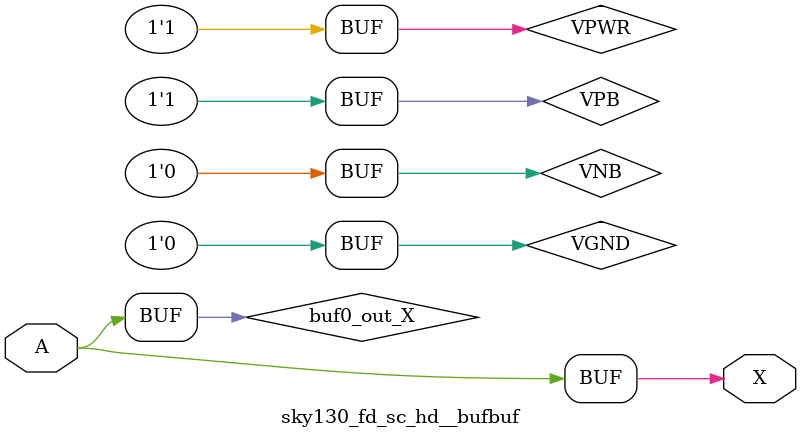
<source format=v>
/*
 * Copyright 2020 The SkyWater PDK Authors
 *
 * Licensed under the Apache License, Version 2.0 (the "License");
 * you may not use this file except in compliance with the License.
 * You may obtain a copy of the License at
 *
 *     https://www.apache.org/licenses/LICENSE-2.0
 *
 * Unless required by applicable law or agreed to in writing, software
 * distributed under the License is distributed on an "AS IS" BASIS,
 * WITHOUT WARRANTIES OR CONDITIONS OF ANY KIND, either express or implied.
 * See the License for the specific language governing permissions and
 * limitations under the License.
 *
 * SPDX-License-Identifier: Apache-2.0
*/


`ifndef SKY130_FD_SC_HD__BUFBUF_BEHAVIORAL_V
`define SKY130_FD_SC_HD__BUFBUF_BEHAVIORAL_V

/**
 * bufbuf: Double buffer.
 *
 * Verilog simulation functional model.
 */

`timescale 1ns / 1ps
`default_nettype none

`celldefine
module sky130_fd_sc_hd__bufbuf (
    X,
    A
);

    // Module ports
    output X;
    input  A;

    // Module supplies
    supply1 VPWR;
    supply0 VGND;
    supply1 VPB ;
    supply0 VNB ;

    // Local signals
    wire buf0_out_X;

    //  Name  Output      Other arguments
    buf buf0 (buf0_out_X, A              );
    buf buf1 (X         , buf0_out_X     );

endmodule
`endcelldefine

`default_nettype wire
`endif  // SKY130_FD_SC_HD__BUFBUF_BEHAVIORAL_V
</source>
